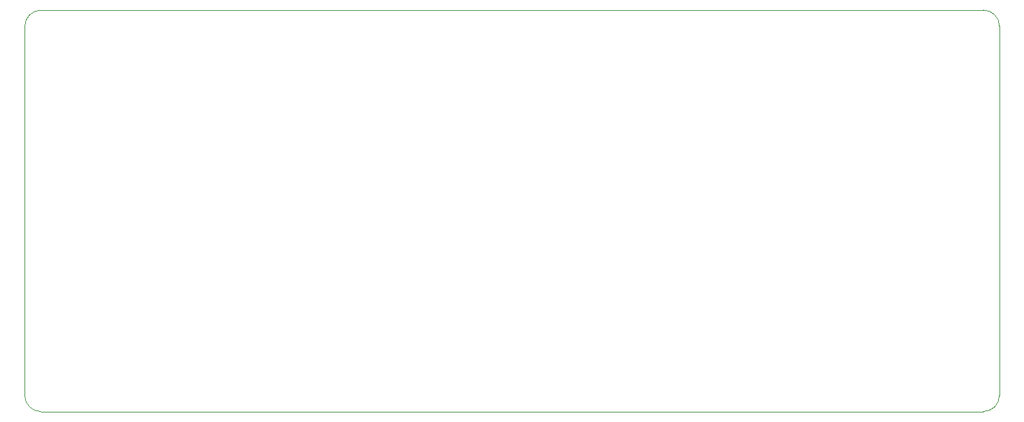
<source format=gbr>
%TF.GenerationSoftware,KiCad,Pcbnew,7.0.9*%
%TF.CreationDate,2024-02-10T01:58:28-05:00*%
%TF.ProjectId,BREAD_Loaf,42524541-445f-44c6-9f61-662e6b696361,rev?*%
%TF.SameCoordinates,PX2fdfdc0PY36746e0*%
%TF.FileFunction,Profile,NP*%
%FSLAX46Y46*%
G04 Gerber Fmt 4.6, Leading zero omitted, Abs format (unit mm)*
G04 Created by KiCad (PCBNEW 7.0.9) date 2024-02-10 01:58:28*
%MOMM*%
%LPD*%
G01*
G04 APERTURE LIST*
%TA.AperFunction,Profile*%
%ADD10C,0.100000*%
%TD*%
G04 APERTURE END LIST*
D10*
X122900000Y-25000000D02*
X5700000Y-25020000D01*
X5700000Y-75020000D02*
X122900000Y-75020000D01*
X124900000Y-73020000D02*
X124900000Y-27000000D01*
X122900000Y-75020000D02*
G75*
G03*
X124900000Y-73020000I0J2000000D01*
G01*
X3700000Y-73020000D02*
X3700000Y-27020000D01*
X3700000Y-73020000D02*
G75*
G03*
X5700000Y-75020000I2000000J0D01*
G01*
X5700000Y-25020000D02*
G75*
G03*
X3700000Y-27020000I0J-2000000D01*
G01*
X124900000Y-27000000D02*
G75*
G03*
X122900000Y-25000000I-2000000J0D01*
G01*
M02*

</source>
